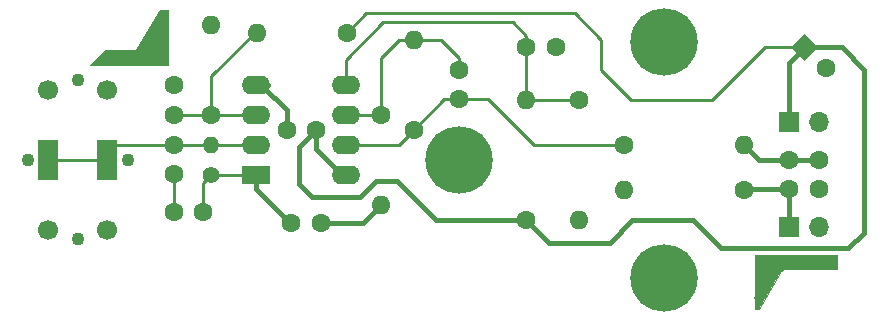
<source format=gbl>
G04 #@! TF.GenerationSoftware,KiCad,Pcbnew,5.1.5-52549c5~84~ubuntu19.10.1*
G04 #@! TF.CreationDate,2019-12-29T22:09:26+01:00*
G04 #@! TF.ProjectId,DIY_detector,4449595f-6465-4746-9563-746f722e6b69,V1.1*
G04 #@! TF.SameCoordinates,Original*
G04 #@! TF.FileFunction,Copper,L2,Bot*
G04 #@! TF.FilePolarity,Positive*
%FSLAX46Y46*%
G04 Gerber Fmt 4.6, Leading zero omitted, Abs format (unit mm)*
G04 Created by KiCad (PCBNEW 5.1.5-52549c5~84~ubuntu19.10.1) date 2019-12-29 22:09:26*
%MOMM*%
%LPD*%
G04 APERTURE LIST*
%ADD10R,1.700000X1.700000*%
%ADD11O,1.700000X1.700000*%
%ADD12C,1.600000*%
%ADD13O,1.600000X1.600000*%
%ADD14C,1.400000*%
%ADD15O,1.400000X1.400000*%
%ADD16R,2.400000X1.600000*%
%ADD17O,2.400000X1.600000*%
%ADD18C,0.100000*%
%ADD19C,5.700000*%
%ADD20C,1.700000*%
%ADD21C,1.100000*%
%ADD22C,0.800000*%
%ADD23C,0.250000*%
%ADD24C,0.400000*%
G04 APERTURE END LIST*
D10*
X165440000Y-118215000D03*
D11*
X167980000Y-118215000D03*
D10*
X165440000Y-109325000D03*
D11*
X167980000Y-109325000D03*
D12*
X151470000Y-111230000D03*
D13*
X161630000Y-111230000D03*
D12*
X161630000Y-115040000D03*
D13*
X151470000Y-115040000D03*
D12*
X167980000Y-112500000D03*
X167980000Y-115000000D03*
D14*
X116545000Y-113770000D03*
D15*
X116545000Y-111230000D03*
D16*
X120355000Y-113770000D03*
D17*
X127975000Y-106150000D03*
X120355000Y-111230000D03*
X127975000Y-108690000D03*
X120355000Y-108690000D03*
X127975000Y-111230000D03*
X120355000Y-106150000D03*
X127975000Y-113770000D03*
G04 #@! TA.AperFunction,ComponentPad*
D18*
G36*
X165668629Y-103000000D02*
G01*
X166800000Y-101868629D01*
X167931371Y-103000000D01*
X166800000Y-104131371D01*
X165668629Y-103000000D01*
G37*
G04 #@! TD.AperFunction*
D12*
X168567767Y-104767767D03*
X113370000Y-111230000D03*
X113370000Y-113730000D03*
X113370000Y-116945000D03*
X115870000Y-116945000D03*
X113370000Y-108690000D03*
X113370000Y-106190000D03*
X123316000Y-117834000D03*
X125816000Y-117834000D03*
X125435000Y-109960000D03*
X122935000Y-109960000D03*
X137500000Y-104880000D03*
X137500000Y-107380000D03*
X143215000Y-102975000D03*
X145715000Y-102975000D03*
X165440000Y-112500000D03*
X165440000Y-115000000D03*
X116545000Y-108690000D03*
D13*
X116545000Y-101070000D03*
D12*
X130896000Y-108690000D03*
D13*
X130896000Y-116310000D03*
D12*
X133690000Y-110000000D03*
D13*
X133690000Y-102380000D03*
D12*
X128000000Y-101750000D03*
D13*
X120380000Y-101750000D03*
D19*
X137500000Y-112500000D03*
X154900000Y-122500000D03*
D20*
X107750000Y-118430000D03*
D10*
X107750000Y-113350000D03*
X107750000Y-111650000D03*
D20*
X107750000Y-106570000D03*
X102750000Y-106570000D03*
D10*
X102750000Y-111650000D03*
X102750000Y-113350000D03*
D20*
X102750000Y-118430000D03*
D12*
X143215000Y-117580000D03*
D13*
X143215000Y-107420000D03*
X147660000Y-117580000D03*
D12*
X147660000Y-107420000D03*
D21*
X105250000Y-105750000D03*
X109500000Y-112500000D03*
X101000000Y-112500000D03*
X105250000Y-119250000D03*
D19*
X154900000Y-102500000D03*
D22*
X107800000Y-103900000D03*
X110000000Y-103900000D03*
X108900000Y-103900000D03*
X111000000Y-103200000D03*
X111500000Y-102300000D03*
X112000000Y-101400000D03*
X169100000Y-121300000D03*
X168000000Y-121300000D03*
X166900000Y-121300000D03*
X165800000Y-121300000D03*
X164100000Y-122200000D03*
X163500000Y-123200000D03*
X162900000Y-124200000D03*
X164700000Y-121300000D03*
X112500000Y-100500000D03*
D23*
X107750000Y-111250000D02*
X107750000Y-112350000D01*
X107730000Y-112520000D02*
X107750000Y-112500000D01*
X102750000Y-112520000D02*
X107730000Y-112520000D01*
X107750000Y-112500000D02*
X107750000Y-113750000D01*
X107750000Y-112350000D02*
X107750000Y-112500000D01*
X102750000Y-111250000D02*
X102750000Y-112520000D01*
X102750000Y-112520000D02*
X102750000Y-113750000D01*
X113370000Y-111230000D02*
X116545000Y-111230000D01*
X116545000Y-111230000D02*
X120355000Y-111230000D01*
X112354000Y-111230000D02*
X113370000Y-111230000D01*
X112334000Y-111250000D02*
X112354000Y-111230000D01*
X107750000Y-111250000D02*
X112334000Y-111250000D01*
X113370000Y-113730000D02*
X113370000Y-116945000D01*
D24*
X123219000Y-117834000D02*
X123316000Y-117834000D01*
X120355000Y-114970000D02*
X123219000Y-117834000D01*
X120355000Y-113770000D02*
X120355000Y-114970000D01*
D23*
X115870000Y-114445000D02*
X116545000Y-113770000D01*
X115870000Y-116945000D02*
X115870000Y-114445000D01*
X117534949Y-113770000D02*
X120355000Y-113770000D01*
X116545000Y-113770000D02*
X117534949Y-113770000D01*
D24*
X121350000Y-106150000D02*
X120355000Y-106150000D01*
X122935000Y-108828630D02*
X122935000Y-109960000D01*
X122935000Y-108330000D02*
X122935000Y-108828630D01*
X120755000Y-106150000D02*
X122935000Y-108330000D01*
X120355000Y-106150000D02*
X120755000Y-106150000D01*
D23*
X118364000Y-108690000D02*
X120355000Y-108690000D01*
X116545000Y-108690000D02*
X118110000Y-108690000D01*
X118110000Y-108690000D02*
X118364000Y-108690000D01*
X115000000Y-108690000D02*
X116545000Y-108690000D01*
X113370000Y-108690000D02*
X115000000Y-108690000D01*
X119880000Y-101520000D02*
X119880000Y-101500000D01*
X115000000Y-108690000D02*
X116672000Y-108690000D01*
X116545000Y-105455000D02*
X120250000Y-101750000D01*
X120250000Y-101750000D02*
X120380000Y-101750000D01*
X116545000Y-108690000D02*
X116545000Y-105455000D01*
D24*
X167980000Y-112500000D02*
X165440000Y-112500000D01*
X161630000Y-111230000D02*
X162900000Y-112500000D01*
X165440000Y-112500000D02*
X162900000Y-112500000D01*
X127575000Y-113770000D02*
X127975000Y-113770000D01*
X125435000Y-111630000D02*
X127575000Y-113770000D01*
X125435000Y-109960000D02*
X125244000Y-109960000D01*
X169910000Y-103000000D02*
X166800000Y-103000000D01*
X171800000Y-118700000D02*
X171800000Y-104890000D01*
X171800000Y-104890000D02*
X169910000Y-103000000D01*
X159700000Y-120000000D02*
X170500000Y-120000000D01*
X157300000Y-117600000D02*
X159700000Y-120000000D01*
X170500000Y-120000000D02*
X171800000Y-118700000D01*
X143215000Y-117580000D02*
X145165000Y-119530000D01*
X145165000Y-119530000D02*
X150270000Y-119530000D01*
X152200000Y-117600000D02*
X157300000Y-117600000D01*
X150270000Y-119530000D02*
X152200000Y-117600000D01*
X165440000Y-104360000D02*
X166800000Y-103000000D01*
D23*
X147342500Y-100117500D02*
X149565000Y-102340000D01*
X128000000Y-101750000D02*
X129632500Y-100117500D01*
X129632500Y-100117500D02*
X147342500Y-100117500D01*
X163400000Y-103000000D02*
X166800000Y-103000000D01*
X149565000Y-104880000D02*
X152105000Y-107420000D01*
X149565000Y-102340000D02*
X149565000Y-104880000D01*
X158980000Y-107420000D02*
X163400000Y-103000000D01*
X152105000Y-107420000D02*
X158980000Y-107420000D01*
D24*
X165440000Y-109325000D02*
X165440000Y-104360000D01*
X125435000Y-111630000D02*
X125435000Y-109960000D01*
X123954365Y-111399126D02*
X125435000Y-109960000D01*
X123952000Y-111865000D02*
X123954365Y-111399126D01*
X123952000Y-114554000D02*
X123952000Y-111865000D01*
X132278000Y-114278000D02*
X130515000Y-114278000D01*
X125073000Y-115675000D02*
X123952000Y-114554000D01*
X135580000Y-117580000D02*
X132278000Y-114278000D01*
X129118000Y-115675000D02*
X125073000Y-115675000D01*
X130515000Y-114278000D02*
X129118000Y-115675000D01*
X143215000Y-117580000D02*
X135580000Y-117580000D01*
X165440000Y-115536370D02*
X165440000Y-117900000D01*
X161670000Y-115000000D02*
X161630000Y-115040000D01*
X165440000Y-115000000D02*
X161670000Y-115000000D01*
X129372000Y-117834000D02*
X130896000Y-116310000D01*
X125816000Y-117834000D02*
X129372000Y-117834000D01*
D23*
X129425000Y-108690000D02*
X130896000Y-108690000D01*
X127975000Y-108690000D02*
X129425000Y-108690000D01*
X136992000Y-104880000D02*
X137500000Y-104880000D01*
X130896000Y-103864000D02*
X132420000Y-102340000D01*
X132420000Y-102340000D02*
X133690000Y-102340000D01*
X130896000Y-108690000D02*
X130896000Y-103864000D01*
X137500000Y-103864000D02*
X137500000Y-104880000D01*
X135976000Y-102340000D02*
X137500000Y-103864000D01*
X133690000Y-102340000D02*
X135976000Y-102340000D01*
X132420000Y-111230000D02*
X133690000Y-109960000D01*
X127975000Y-111230000D02*
X132420000Y-111230000D01*
X136270000Y-107380000D02*
X137500000Y-107380000D01*
X133690000Y-109960000D02*
X136270000Y-107380000D01*
X143850000Y-111230000D02*
X151470000Y-111230000D01*
X140000000Y-107380000D02*
X143850000Y-111230000D01*
X137500000Y-107380000D02*
X140000000Y-107380000D01*
X143215000Y-107420000D02*
X143215000Y-102975000D01*
X143215000Y-107420000D02*
X147660000Y-107420000D01*
X142072000Y-100879500D02*
X143215000Y-102022500D01*
X143215000Y-102022500D02*
X143215000Y-102975000D01*
X131120500Y-100879500D02*
X142072000Y-100879500D01*
X127975000Y-104025000D02*
X131120500Y-100879500D01*
X127975000Y-106150000D02*
X127975000Y-104025000D01*
D18*
G36*
X169550000Y-121775000D02*
G01*
X165106631Y-121775000D01*
X165081289Y-121773964D01*
X165058870Y-121777479D01*
X165036289Y-121779703D01*
X165027308Y-121782427D01*
X165018043Y-121783880D01*
X164996744Y-121791699D01*
X164975026Y-121798287D01*
X164966755Y-121802708D01*
X164957945Y-121805942D01*
X164938574Y-121817771D01*
X164918566Y-121828465D01*
X164911314Y-121834416D01*
X164903307Y-121839306D01*
X164886615Y-121854687D01*
X164869079Y-121869079D01*
X164863129Y-121876329D01*
X164856228Y-121882688D01*
X164842862Y-121901023D01*
X164828465Y-121918566D01*
X164816509Y-121940935D01*
X162914118Y-125175000D01*
X162550000Y-125175000D01*
X162550000Y-120550000D01*
X169550000Y-120550000D01*
X169550000Y-121775000D01*
G37*
X169550000Y-121775000D02*
X165106631Y-121775000D01*
X165081289Y-121773964D01*
X165058870Y-121777479D01*
X165036289Y-121779703D01*
X165027308Y-121782427D01*
X165018043Y-121783880D01*
X164996744Y-121791699D01*
X164975026Y-121798287D01*
X164966755Y-121802708D01*
X164957945Y-121805942D01*
X164938574Y-121817771D01*
X164918566Y-121828465D01*
X164911314Y-121834416D01*
X164903307Y-121839306D01*
X164886615Y-121854687D01*
X164869079Y-121869079D01*
X164863129Y-121876329D01*
X164856228Y-121882688D01*
X164842862Y-121901023D01*
X164828465Y-121918566D01*
X164816509Y-121940935D01*
X162914118Y-125175000D01*
X162550000Y-125175000D01*
X162550000Y-120550000D01*
X169550000Y-120550000D01*
X169550000Y-121775000D01*
G36*
X112850000Y-104450000D02*
G01*
X106309618Y-104450000D01*
X107534620Y-103225000D01*
X109993383Y-103225000D01*
X110018710Y-103226035D01*
X110041117Y-103222522D01*
X110063711Y-103220297D01*
X110072693Y-103217572D01*
X110081957Y-103216120D01*
X110103249Y-103208303D01*
X110124974Y-103201713D01*
X110133252Y-103197288D01*
X110142054Y-103194057D01*
X110161405Y-103182240D01*
X110181434Y-103171535D01*
X110188693Y-103165577D01*
X110196692Y-103160693D01*
X110213369Y-103145326D01*
X110230921Y-103130921D01*
X110236875Y-103123666D01*
X110243772Y-103117311D01*
X110257131Y-103098984D01*
X110271535Y-103081434D01*
X110283497Y-103059054D01*
X112185882Y-99825000D01*
X112850000Y-99825000D01*
X112850000Y-104450000D01*
G37*
X112850000Y-104450000D02*
X106309618Y-104450000D01*
X107534620Y-103225000D01*
X109993383Y-103225000D01*
X110018710Y-103226035D01*
X110041117Y-103222522D01*
X110063711Y-103220297D01*
X110072693Y-103217572D01*
X110081957Y-103216120D01*
X110103249Y-103208303D01*
X110124974Y-103201713D01*
X110133252Y-103197288D01*
X110142054Y-103194057D01*
X110161405Y-103182240D01*
X110181434Y-103171535D01*
X110188693Y-103165577D01*
X110196692Y-103160693D01*
X110213369Y-103145326D01*
X110230921Y-103130921D01*
X110236875Y-103123666D01*
X110243772Y-103117311D01*
X110257131Y-103098984D01*
X110271535Y-103081434D01*
X110283497Y-103059054D01*
X112185882Y-99825000D01*
X112850000Y-99825000D01*
X112850000Y-104450000D01*
M02*

</source>
